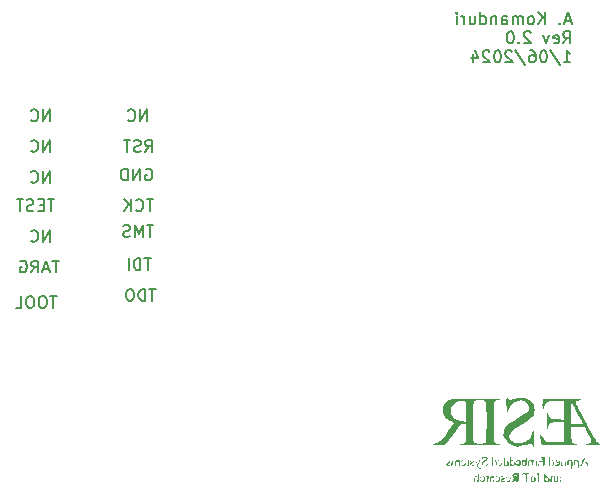
<source format=gbr>
%TF.GenerationSoftware,KiCad,Pcbnew,7.0.9*%
%TF.CreationDate,2024-01-06T14:55:19-06:00*%
%TF.ProjectId,Capsense_v2,43617073-656e-4736-955f-76322e6b6963,rev?*%
%TF.SameCoordinates,Original*%
%TF.FileFunction,Legend,Bot*%
%TF.FilePolarity,Positive*%
%FSLAX46Y46*%
G04 Gerber Fmt 4.6, Leading zero omitted, Abs format (unit mm)*
G04 Created by KiCad (PCBNEW 7.0.9) date 2024-01-06 14:55:19*
%MOMM*%
%LPD*%
G01*
G04 APERTURE LIST*
%ADD10C,0.150000*%
G04 APERTURE END LIST*
D10*
X159110839Y-56764104D02*
X158634649Y-56764104D01*
X159206077Y-57049819D02*
X158872744Y-56049819D01*
X158872744Y-56049819D02*
X158539411Y-57049819D01*
X158206077Y-56954580D02*
X158158458Y-57002200D01*
X158158458Y-57002200D02*
X158206077Y-57049819D01*
X158206077Y-57049819D02*
X158253696Y-57002200D01*
X158253696Y-57002200D02*
X158206077Y-56954580D01*
X158206077Y-56954580D02*
X158206077Y-57049819D01*
X156967982Y-57049819D02*
X156967982Y-56049819D01*
X156396554Y-57049819D02*
X156825125Y-56478390D01*
X156396554Y-56049819D02*
X156967982Y-56621247D01*
X155825125Y-57049819D02*
X155920363Y-57002200D01*
X155920363Y-57002200D02*
X155967982Y-56954580D01*
X155967982Y-56954580D02*
X156015601Y-56859342D01*
X156015601Y-56859342D02*
X156015601Y-56573628D01*
X156015601Y-56573628D02*
X155967982Y-56478390D01*
X155967982Y-56478390D02*
X155920363Y-56430771D01*
X155920363Y-56430771D02*
X155825125Y-56383152D01*
X155825125Y-56383152D02*
X155682268Y-56383152D01*
X155682268Y-56383152D02*
X155587030Y-56430771D01*
X155587030Y-56430771D02*
X155539411Y-56478390D01*
X155539411Y-56478390D02*
X155491792Y-56573628D01*
X155491792Y-56573628D02*
X155491792Y-56859342D01*
X155491792Y-56859342D02*
X155539411Y-56954580D01*
X155539411Y-56954580D02*
X155587030Y-57002200D01*
X155587030Y-57002200D02*
X155682268Y-57049819D01*
X155682268Y-57049819D02*
X155825125Y-57049819D01*
X155063220Y-57049819D02*
X155063220Y-56383152D01*
X155063220Y-56478390D02*
X155015601Y-56430771D01*
X155015601Y-56430771D02*
X154920363Y-56383152D01*
X154920363Y-56383152D02*
X154777506Y-56383152D01*
X154777506Y-56383152D02*
X154682268Y-56430771D01*
X154682268Y-56430771D02*
X154634649Y-56526009D01*
X154634649Y-56526009D02*
X154634649Y-57049819D01*
X154634649Y-56526009D02*
X154587030Y-56430771D01*
X154587030Y-56430771D02*
X154491792Y-56383152D01*
X154491792Y-56383152D02*
X154348935Y-56383152D01*
X154348935Y-56383152D02*
X154253696Y-56430771D01*
X154253696Y-56430771D02*
X154206077Y-56526009D01*
X154206077Y-56526009D02*
X154206077Y-57049819D01*
X153301316Y-57049819D02*
X153301316Y-56526009D01*
X153301316Y-56526009D02*
X153348935Y-56430771D01*
X153348935Y-56430771D02*
X153444173Y-56383152D01*
X153444173Y-56383152D02*
X153634649Y-56383152D01*
X153634649Y-56383152D02*
X153729887Y-56430771D01*
X153301316Y-57002200D02*
X153396554Y-57049819D01*
X153396554Y-57049819D02*
X153634649Y-57049819D01*
X153634649Y-57049819D02*
X153729887Y-57002200D01*
X153729887Y-57002200D02*
X153777506Y-56906961D01*
X153777506Y-56906961D02*
X153777506Y-56811723D01*
X153777506Y-56811723D02*
X153729887Y-56716485D01*
X153729887Y-56716485D02*
X153634649Y-56668866D01*
X153634649Y-56668866D02*
X153396554Y-56668866D01*
X153396554Y-56668866D02*
X153301316Y-56621247D01*
X152825125Y-56383152D02*
X152825125Y-57049819D01*
X152825125Y-56478390D02*
X152777506Y-56430771D01*
X152777506Y-56430771D02*
X152682268Y-56383152D01*
X152682268Y-56383152D02*
X152539411Y-56383152D01*
X152539411Y-56383152D02*
X152444173Y-56430771D01*
X152444173Y-56430771D02*
X152396554Y-56526009D01*
X152396554Y-56526009D02*
X152396554Y-57049819D01*
X151491792Y-57049819D02*
X151491792Y-56049819D01*
X151491792Y-57002200D02*
X151587030Y-57049819D01*
X151587030Y-57049819D02*
X151777506Y-57049819D01*
X151777506Y-57049819D02*
X151872744Y-57002200D01*
X151872744Y-57002200D02*
X151920363Y-56954580D01*
X151920363Y-56954580D02*
X151967982Y-56859342D01*
X151967982Y-56859342D02*
X151967982Y-56573628D01*
X151967982Y-56573628D02*
X151920363Y-56478390D01*
X151920363Y-56478390D02*
X151872744Y-56430771D01*
X151872744Y-56430771D02*
X151777506Y-56383152D01*
X151777506Y-56383152D02*
X151587030Y-56383152D01*
X151587030Y-56383152D02*
X151491792Y-56430771D01*
X150587030Y-56383152D02*
X150587030Y-57049819D01*
X151015601Y-56383152D02*
X151015601Y-56906961D01*
X151015601Y-56906961D02*
X150967982Y-57002200D01*
X150967982Y-57002200D02*
X150872744Y-57049819D01*
X150872744Y-57049819D02*
X150729887Y-57049819D01*
X150729887Y-57049819D02*
X150634649Y-57002200D01*
X150634649Y-57002200D02*
X150587030Y-56954580D01*
X150110839Y-57049819D02*
X150110839Y-56383152D01*
X150110839Y-56573628D02*
X150063220Y-56478390D01*
X150063220Y-56478390D02*
X150015601Y-56430771D01*
X150015601Y-56430771D02*
X149920363Y-56383152D01*
X149920363Y-56383152D02*
X149825125Y-56383152D01*
X149491791Y-57049819D02*
X149491791Y-56383152D01*
X149491791Y-56049819D02*
X149539410Y-56097438D01*
X149539410Y-56097438D02*
X149491791Y-56145057D01*
X149491791Y-56145057D02*
X149444172Y-56097438D01*
X149444172Y-56097438D02*
X149491791Y-56049819D01*
X149491791Y-56049819D02*
X149491791Y-56145057D01*
X158491792Y-58659819D02*
X158825125Y-58183628D01*
X159063220Y-58659819D02*
X159063220Y-57659819D01*
X159063220Y-57659819D02*
X158682268Y-57659819D01*
X158682268Y-57659819D02*
X158587030Y-57707438D01*
X158587030Y-57707438D02*
X158539411Y-57755057D01*
X158539411Y-57755057D02*
X158491792Y-57850295D01*
X158491792Y-57850295D02*
X158491792Y-57993152D01*
X158491792Y-57993152D02*
X158539411Y-58088390D01*
X158539411Y-58088390D02*
X158587030Y-58136009D01*
X158587030Y-58136009D02*
X158682268Y-58183628D01*
X158682268Y-58183628D02*
X159063220Y-58183628D01*
X157682268Y-58612200D02*
X157777506Y-58659819D01*
X157777506Y-58659819D02*
X157967982Y-58659819D01*
X157967982Y-58659819D02*
X158063220Y-58612200D01*
X158063220Y-58612200D02*
X158110839Y-58516961D01*
X158110839Y-58516961D02*
X158110839Y-58136009D01*
X158110839Y-58136009D02*
X158063220Y-58040771D01*
X158063220Y-58040771D02*
X157967982Y-57993152D01*
X157967982Y-57993152D02*
X157777506Y-57993152D01*
X157777506Y-57993152D02*
X157682268Y-58040771D01*
X157682268Y-58040771D02*
X157634649Y-58136009D01*
X157634649Y-58136009D02*
X157634649Y-58231247D01*
X157634649Y-58231247D02*
X158110839Y-58326485D01*
X157301315Y-57993152D02*
X157063220Y-58659819D01*
X157063220Y-58659819D02*
X156825125Y-57993152D01*
X155729886Y-57755057D02*
X155682267Y-57707438D01*
X155682267Y-57707438D02*
X155587029Y-57659819D01*
X155587029Y-57659819D02*
X155348934Y-57659819D01*
X155348934Y-57659819D02*
X155253696Y-57707438D01*
X155253696Y-57707438D02*
X155206077Y-57755057D01*
X155206077Y-57755057D02*
X155158458Y-57850295D01*
X155158458Y-57850295D02*
X155158458Y-57945533D01*
X155158458Y-57945533D02*
X155206077Y-58088390D01*
X155206077Y-58088390D02*
X155777505Y-58659819D01*
X155777505Y-58659819D02*
X155158458Y-58659819D01*
X154729886Y-58564580D02*
X154682267Y-58612200D01*
X154682267Y-58612200D02*
X154729886Y-58659819D01*
X154729886Y-58659819D02*
X154777505Y-58612200D01*
X154777505Y-58612200D02*
X154729886Y-58564580D01*
X154729886Y-58564580D02*
X154729886Y-58659819D01*
X154063220Y-57659819D02*
X153967982Y-57659819D01*
X153967982Y-57659819D02*
X153872744Y-57707438D01*
X153872744Y-57707438D02*
X153825125Y-57755057D01*
X153825125Y-57755057D02*
X153777506Y-57850295D01*
X153777506Y-57850295D02*
X153729887Y-58040771D01*
X153729887Y-58040771D02*
X153729887Y-58278866D01*
X153729887Y-58278866D02*
X153777506Y-58469342D01*
X153777506Y-58469342D02*
X153825125Y-58564580D01*
X153825125Y-58564580D02*
X153872744Y-58612200D01*
X153872744Y-58612200D02*
X153967982Y-58659819D01*
X153967982Y-58659819D02*
X154063220Y-58659819D01*
X154063220Y-58659819D02*
X154158458Y-58612200D01*
X154158458Y-58612200D02*
X154206077Y-58564580D01*
X154206077Y-58564580D02*
X154253696Y-58469342D01*
X154253696Y-58469342D02*
X154301315Y-58278866D01*
X154301315Y-58278866D02*
X154301315Y-58040771D01*
X154301315Y-58040771D02*
X154253696Y-57850295D01*
X154253696Y-57850295D02*
X154206077Y-57755057D01*
X154206077Y-57755057D02*
X154158458Y-57707438D01*
X154158458Y-57707438D02*
X154063220Y-57659819D01*
X158539411Y-60269819D02*
X159110839Y-60269819D01*
X158825125Y-60269819D02*
X158825125Y-59269819D01*
X158825125Y-59269819D02*
X158920363Y-59412676D01*
X158920363Y-59412676D02*
X159015601Y-59507914D01*
X159015601Y-59507914D02*
X159110839Y-59555533D01*
X157396554Y-59222200D02*
X158253696Y-60507914D01*
X156872744Y-59269819D02*
X156777506Y-59269819D01*
X156777506Y-59269819D02*
X156682268Y-59317438D01*
X156682268Y-59317438D02*
X156634649Y-59365057D01*
X156634649Y-59365057D02*
X156587030Y-59460295D01*
X156587030Y-59460295D02*
X156539411Y-59650771D01*
X156539411Y-59650771D02*
X156539411Y-59888866D01*
X156539411Y-59888866D02*
X156587030Y-60079342D01*
X156587030Y-60079342D02*
X156634649Y-60174580D01*
X156634649Y-60174580D02*
X156682268Y-60222200D01*
X156682268Y-60222200D02*
X156777506Y-60269819D01*
X156777506Y-60269819D02*
X156872744Y-60269819D01*
X156872744Y-60269819D02*
X156967982Y-60222200D01*
X156967982Y-60222200D02*
X157015601Y-60174580D01*
X157015601Y-60174580D02*
X157063220Y-60079342D01*
X157063220Y-60079342D02*
X157110839Y-59888866D01*
X157110839Y-59888866D02*
X157110839Y-59650771D01*
X157110839Y-59650771D02*
X157063220Y-59460295D01*
X157063220Y-59460295D02*
X157015601Y-59365057D01*
X157015601Y-59365057D02*
X156967982Y-59317438D01*
X156967982Y-59317438D02*
X156872744Y-59269819D01*
X155682268Y-59269819D02*
X155872744Y-59269819D01*
X155872744Y-59269819D02*
X155967982Y-59317438D01*
X155967982Y-59317438D02*
X156015601Y-59365057D01*
X156015601Y-59365057D02*
X156110839Y-59507914D01*
X156110839Y-59507914D02*
X156158458Y-59698390D01*
X156158458Y-59698390D02*
X156158458Y-60079342D01*
X156158458Y-60079342D02*
X156110839Y-60174580D01*
X156110839Y-60174580D02*
X156063220Y-60222200D01*
X156063220Y-60222200D02*
X155967982Y-60269819D01*
X155967982Y-60269819D02*
X155777506Y-60269819D01*
X155777506Y-60269819D02*
X155682268Y-60222200D01*
X155682268Y-60222200D02*
X155634649Y-60174580D01*
X155634649Y-60174580D02*
X155587030Y-60079342D01*
X155587030Y-60079342D02*
X155587030Y-59841247D01*
X155587030Y-59841247D02*
X155634649Y-59746009D01*
X155634649Y-59746009D02*
X155682268Y-59698390D01*
X155682268Y-59698390D02*
X155777506Y-59650771D01*
X155777506Y-59650771D02*
X155967982Y-59650771D01*
X155967982Y-59650771D02*
X156063220Y-59698390D01*
X156063220Y-59698390D02*
X156110839Y-59746009D01*
X156110839Y-59746009D02*
X156158458Y-59841247D01*
X154444173Y-59222200D02*
X155301315Y-60507914D01*
X154158458Y-59365057D02*
X154110839Y-59317438D01*
X154110839Y-59317438D02*
X154015601Y-59269819D01*
X154015601Y-59269819D02*
X153777506Y-59269819D01*
X153777506Y-59269819D02*
X153682268Y-59317438D01*
X153682268Y-59317438D02*
X153634649Y-59365057D01*
X153634649Y-59365057D02*
X153587030Y-59460295D01*
X153587030Y-59460295D02*
X153587030Y-59555533D01*
X153587030Y-59555533D02*
X153634649Y-59698390D01*
X153634649Y-59698390D02*
X154206077Y-60269819D01*
X154206077Y-60269819D02*
X153587030Y-60269819D01*
X152967982Y-59269819D02*
X152872744Y-59269819D01*
X152872744Y-59269819D02*
X152777506Y-59317438D01*
X152777506Y-59317438D02*
X152729887Y-59365057D01*
X152729887Y-59365057D02*
X152682268Y-59460295D01*
X152682268Y-59460295D02*
X152634649Y-59650771D01*
X152634649Y-59650771D02*
X152634649Y-59888866D01*
X152634649Y-59888866D02*
X152682268Y-60079342D01*
X152682268Y-60079342D02*
X152729887Y-60174580D01*
X152729887Y-60174580D02*
X152777506Y-60222200D01*
X152777506Y-60222200D02*
X152872744Y-60269819D01*
X152872744Y-60269819D02*
X152967982Y-60269819D01*
X152967982Y-60269819D02*
X153063220Y-60222200D01*
X153063220Y-60222200D02*
X153110839Y-60174580D01*
X153110839Y-60174580D02*
X153158458Y-60079342D01*
X153158458Y-60079342D02*
X153206077Y-59888866D01*
X153206077Y-59888866D02*
X153206077Y-59650771D01*
X153206077Y-59650771D02*
X153158458Y-59460295D01*
X153158458Y-59460295D02*
X153110839Y-59365057D01*
X153110839Y-59365057D02*
X153063220Y-59317438D01*
X153063220Y-59317438D02*
X152967982Y-59269819D01*
X152253696Y-59365057D02*
X152206077Y-59317438D01*
X152206077Y-59317438D02*
X152110839Y-59269819D01*
X152110839Y-59269819D02*
X151872744Y-59269819D01*
X151872744Y-59269819D02*
X151777506Y-59317438D01*
X151777506Y-59317438D02*
X151729887Y-59365057D01*
X151729887Y-59365057D02*
X151682268Y-59460295D01*
X151682268Y-59460295D02*
X151682268Y-59555533D01*
X151682268Y-59555533D02*
X151729887Y-59698390D01*
X151729887Y-59698390D02*
X152301315Y-60269819D01*
X152301315Y-60269819D02*
X151682268Y-60269819D01*
X150825125Y-59603152D02*
X150825125Y-60269819D01*
X151063220Y-59222200D02*
X151301315Y-59936485D01*
X151301315Y-59936485D02*
X150682268Y-59936485D01*
X124006077Y-79469819D02*
X123434649Y-79469819D01*
X123720363Y-80469819D02*
X123720363Y-79469819D01*
X123101315Y-80469819D02*
X123101315Y-79469819D01*
X123101315Y-79469819D02*
X122863220Y-79469819D01*
X122863220Y-79469819D02*
X122720363Y-79517438D01*
X122720363Y-79517438D02*
X122625125Y-79612676D01*
X122625125Y-79612676D02*
X122577506Y-79707914D01*
X122577506Y-79707914D02*
X122529887Y-79898390D01*
X122529887Y-79898390D02*
X122529887Y-80041247D01*
X122529887Y-80041247D02*
X122577506Y-80231723D01*
X122577506Y-80231723D02*
X122625125Y-80326961D01*
X122625125Y-80326961D02*
X122720363Y-80422200D01*
X122720363Y-80422200D02*
X122863220Y-80469819D01*
X122863220Y-80469819D02*
X123101315Y-80469819D01*
X121910839Y-79469819D02*
X121720363Y-79469819D01*
X121720363Y-79469819D02*
X121625125Y-79517438D01*
X121625125Y-79517438D02*
X121529887Y-79612676D01*
X121529887Y-79612676D02*
X121482268Y-79803152D01*
X121482268Y-79803152D02*
X121482268Y-80136485D01*
X121482268Y-80136485D02*
X121529887Y-80326961D01*
X121529887Y-80326961D02*
X121625125Y-80422200D01*
X121625125Y-80422200D02*
X121720363Y-80469819D01*
X121720363Y-80469819D02*
X121910839Y-80469819D01*
X121910839Y-80469819D02*
X122006077Y-80422200D01*
X122006077Y-80422200D02*
X122101315Y-80326961D01*
X122101315Y-80326961D02*
X122148934Y-80136485D01*
X122148934Y-80136485D02*
X122148934Y-79803152D01*
X122148934Y-79803152D02*
X122101315Y-79612676D01*
X122101315Y-79612676D02*
X122006077Y-79517438D01*
X122006077Y-79517438D02*
X121910839Y-79469819D01*
X123091792Y-67869819D02*
X123425125Y-67393628D01*
X123663220Y-67869819D02*
X123663220Y-66869819D01*
X123663220Y-66869819D02*
X123282268Y-66869819D01*
X123282268Y-66869819D02*
X123187030Y-66917438D01*
X123187030Y-66917438D02*
X123139411Y-66965057D01*
X123139411Y-66965057D02*
X123091792Y-67060295D01*
X123091792Y-67060295D02*
X123091792Y-67203152D01*
X123091792Y-67203152D02*
X123139411Y-67298390D01*
X123139411Y-67298390D02*
X123187030Y-67346009D01*
X123187030Y-67346009D02*
X123282268Y-67393628D01*
X123282268Y-67393628D02*
X123663220Y-67393628D01*
X122710839Y-67822200D02*
X122567982Y-67869819D01*
X122567982Y-67869819D02*
X122329887Y-67869819D01*
X122329887Y-67869819D02*
X122234649Y-67822200D01*
X122234649Y-67822200D02*
X122187030Y-67774580D01*
X122187030Y-67774580D02*
X122139411Y-67679342D01*
X122139411Y-67679342D02*
X122139411Y-67584104D01*
X122139411Y-67584104D02*
X122187030Y-67488866D01*
X122187030Y-67488866D02*
X122234649Y-67441247D01*
X122234649Y-67441247D02*
X122329887Y-67393628D01*
X122329887Y-67393628D02*
X122520363Y-67346009D01*
X122520363Y-67346009D02*
X122615601Y-67298390D01*
X122615601Y-67298390D02*
X122663220Y-67250771D01*
X122663220Y-67250771D02*
X122710839Y-67155533D01*
X122710839Y-67155533D02*
X122710839Y-67060295D01*
X122710839Y-67060295D02*
X122663220Y-66965057D01*
X122663220Y-66965057D02*
X122615601Y-66917438D01*
X122615601Y-66917438D02*
X122520363Y-66869819D01*
X122520363Y-66869819D02*
X122282268Y-66869819D01*
X122282268Y-66869819D02*
X122139411Y-66917438D01*
X121853696Y-66869819D02*
X121282268Y-66869819D01*
X121567982Y-67869819D02*
X121567982Y-66869819D01*
X115806077Y-77069819D02*
X115234649Y-77069819D01*
X115520363Y-78069819D02*
X115520363Y-77069819D01*
X114948934Y-77784104D02*
X114472744Y-77784104D01*
X115044172Y-78069819D02*
X114710839Y-77069819D01*
X114710839Y-77069819D02*
X114377506Y-78069819D01*
X113472744Y-78069819D02*
X113806077Y-77593628D01*
X114044172Y-78069819D02*
X114044172Y-77069819D01*
X114044172Y-77069819D02*
X113663220Y-77069819D01*
X113663220Y-77069819D02*
X113567982Y-77117438D01*
X113567982Y-77117438D02*
X113520363Y-77165057D01*
X113520363Y-77165057D02*
X113472744Y-77260295D01*
X113472744Y-77260295D02*
X113472744Y-77403152D01*
X113472744Y-77403152D02*
X113520363Y-77498390D01*
X113520363Y-77498390D02*
X113567982Y-77546009D01*
X113567982Y-77546009D02*
X113663220Y-77593628D01*
X113663220Y-77593628D02*
X114044172Y-77593628D01*
X112520363Y-77117438D02*
X112615601Y-77069819D01*
X112615601Y-77069819D02*
X112758458Y-77069819D01*
X112758458Y-77069819D02*
X112901315Y-77117438D01*
X112901315Y-77117438D02*
X112996553Y-77212676D01*
X112996553Y-77212676D02*
X113044172Y-77307914D01*
X113044172Y-77307914D02*
X113091791Y-77498390D01*
X113091791Y-77498390D02*
X113091791Y-77641247D01*
X113091791Y-77641247D02*
X113044172Y-77831723D01*
X113044172Y-77831723D02*
X112996553Y-77926961D01*
X112996553Y-77926961D02*
X112901315Y-78022200D01*
X112901315Y-78022200D02*
X112758458Y-78069819D01*
X112758458Y-78069819D02*
X112663220Y-78069819D01*
X112663220Y-78069819D02*
X112520363Y-78022200D01*
X112520363Y-78022200D02*
X112472744Y-77974580D01*
X112472744Y-77974580D02*
X112472744Y-77641247D01*
X112472744Y-77641247D02*
X112663220Y-77641247D01*
X115063220Y-67869819D02*
X115063220Y-66869819D01*
X115063220Y-66869819D02*
X114491792Y-67869819D01*
X114491792Y-67869819D02*
X114491792Y-66869819D01*
X113444173Y-67774580D02*
X113491792Y-67822200D01*
X113491792Y-67822200D02*
X113634649Y-67869819D01*
X113634649Y-67869819D02*
X113729887Y-67869819D01*
X113729887Y-67869819D02*
X113872744Y-67822200D01*
X113872744Y-67822200D02*
X113967982Y-67726961D01*
X113967982Y-67726961D02*
X114015601Y-67631723D01*
X114015601Y-67631723D02*
X114063220Y-67441247D01*
X114063220Y-67441247D02*
X114063220Y-67298390D01*
X114063220Y-67298390D02*
X114015601Y-67107914D01*
X114015601Y-67107914D02*
X113967982Y-67012676D01*
X113967982Y-67012676D02*
X113872744Y-66917438D01*
X113872744Y-66917438D02*
X113729887Y-66869819D01*
X113729887Y-66869819D02*
X113634649Y-66869819D01*
X113634649Y-66869819D02*
X113491792Y-66917438D01*
X113491792Y-66917438D02*
X113444173Y-66965057D01*
X123806077Y-74069819D02*
X123234649Y-74069819D01*
X123520363Y-75069819D02*
X123520363Y-74069819D01*
X122901315Y-75069819D02*
X122901315Y-74069819D01*
X122901315Y-74069819D02*
X122567982Y-74784104D01*
X122567982Y-74784104D02*
X122234649Y-74069819D01*
X122234649Y-74069819D02*
X122234649Y-75069819D01*
X121806077Y-75022200D02*
X121663220Y-75069819D01*
X121663220Y-75069819D02*
X121425125Y-75069819D01*
X121425125Y-75069819D02*
X121329887Y-75022200D01*
X121329887Y-75022200D02*
X121282268Y-74974580D01*
X121282268Y-74974580D02*
X121234649Y-74879342D01*
X121234649Y-74879342D02*
X121234649Y-74784104D01*
X121234649Y-74784104D02*
X121282268Y-74688866D01*
X121282268Y-74688866D02*
X121329887Y-74641247D01*
X121329887Y-74641247D02*
X121425125Y-74593628D01*
X121425125Y-74593628D02*
X121615601Y-74546009D01*
X121615601Y-74546009D02*
X121710839Y-74498390D01*
X121710839Y-74498390D02*
X121758458Y-74450771D01*
X121758458Y-74450771D02*
X121806077Y-74355533D01*
X121806077Y-74355533D02*
X121806077Y-74260295D01*
X121806077Y-74260295D02*
X121758458Y-74165057D01*
X121758458Y-74165057D02*
X121710839Y-74117438D01*
X121710839Y-74117438D02*
X121615601Y-74069819D01*
X121615601Y-74069819D02*
X121377506Y-74069819D01*
X121377506Y-74069819D02*
X121234649Y-74117438D01*
X115063220Y-65269819D02*
X115063220Y-64269819D01*
X115063220Y-64269819D02*
X114491792Y-65269819D01*
X114491792Y-65269819D02*
X114491792Y-64269819D01*
X113444173Y-65174580D02*
X113491792Y-65222200D01*
X113491792Y-65222200D02*
X113634649Y-65269819D01*
X113634649Y-65269819D02*
X113729887Y-65269819D01*
X113729887Y-65269819D02*
X113872744Y-65222200D01*
X113872744Y-65222200D02*
X113967982Y-65126961D01*
X113967982Y-65126961D02*
X114015601Y-65031723D01*
X114015601Y-65031723D02*
X114063220Y-64841247D01*
X114063220Y-64841247D02*
X114063220Y-64698390D01*
X114063220Y-64698390D02*
X114015601Y-64507914D01*
X114015601Y-64507914D02*
X113967982Y-64412676D01*
X113967982Y-64412676D02*
X113872744Y-64317438D01*
X113872744Y-64317438D02*
X113729887Y-64269819D01*
X113729887Y-64269819D02*
X113634649Y-64269819D01*
X113634649Y-64269819D02*
X113491792Y-64317438D01*
X113491792Y-64317438D02*
X113444173Y-64365057D01*
X123606077Y-76869819D02*
X123034649Y-76869819D01*
X123320363Y-77869819D02*
X123320363Y-76869819D01*
X122701315Y-77869819D02*
X122701315Y-76869819D01*
X122701315Y-76869819D02*
X122463220Y-76869819D01*
X122463220Y-76869819D02*
X122320363Y-76917438D01*
X122320363Y-76917438D02*
X122225125Y-77012676D01*
X122225125Y-77012676D02*
X122177506Y-77107914D01*
X122177506Y-77107914D02*
X122129887Y-77298390D01*
X122129887Y-77298390D02*
X122129887Y-77441247D01*
X122129887Y-77441247D02*
X122177506Y-77631723D01*
X122177506Y-77631723D02*
X122225125Y-77726961D01*
X122225125Y-77726961D02*
X122320363Y-77822200D01*
X122320363Y-77822200D02*
X122463220Y-77869819D01*
X122463220Y-77869819D02*
X122701315Y-77869819D01*
X121701315Y-77869819D02*
X121701315Y-76869819D01*
X123806077Y-71869819D02*
X123234649Y-71869819D01*
X123520363Y-72869819D02*
X123520363Y-71869819D01*
X122329887Y-72774580D02*
X122377506Y-72822200D01*
X122377506Y-72822200D02*
X122520363Y-72869819D01*
X122520363Y-72869819D02*
X122615601Y-72869819D01*
X122615601Y-72869819D02*
X122758458Y-72822200D01*
X122758458Y-72822200D02*
X122853696Y-72726961D01*
X122853696Y-72726961D02*
X122901315Y-72631723D01*
X122901315Y-72631723D02*
X122948934Y-72441247D01*
X122948934Y-72441247D02*
X122948934Y-72298390D01*
X122948934Y-72298390D02*
X122901315Y-72107914D01*
X122901315Y-72107914D02*
X122853696Y-72012676D01*
X122853696Y-72012676D02*
X122758458Y-71917438D01*
X122758458Y-71917438D02*
X122615601Y-71869819D01*
X122615601Y-71869819D02*
X122520363Y-71869819D01*
X122520363Y-71869819D02*
X122377506Y-71917438D01*
X122377506Y-71917438D02*
X122329887Y-71965057D01*
X121901315Y-72869819D02*
X121901315Y-71869819D01*
X121329887Y-72869819D02*
X121758458Y-72298390D01*
X121329887Y-71869819D02*
X121901315Y-72441247D01*
X115606077Y-80069819D02*
X115034649Y-80069819D01*
X115320363Y-81069819D02*
X115320363Y-80069819D01*
X114510839Y-80069819D02*
X114320363Y-80069819D01*
X114320363Y-80069819D02*
X114225125Y-80117438D01*
X114225125Y-80117438D02*
X114129887Y-80212676D01*
X114129887Y-80212676D02*
X114082268Y-80403152D01*
X114082268Y-80403152D02*
X114082268Y-80736485D01*
X114082268Y-80736485D02*
X114129887Y-80926961D01*
X114129887Y-80926961D02*
X114225125Y-81022200D01*
X114225125Y-81022200D02*
X114320363Y-81069819D01*
X114320363Y-81069819D02*
X114510839Y-81069819D01*
X114510839Y-81069819D02*
X114606077Y-81022200D01*
X114606077Y-81022200D02*
X114701315Y-80926961D01*
X114701315Y-80926961D02*
X114748934Y-80736485D01*
X114748934Y-80736485D02*
X114748934Y-80403152D01*
X114748934Y-80403152D02*
X114701315Y-80212676D01*
X114701315Y-80212676D02*
X114606077Y-80117438D01*
X114606077Y-80117438D02*
X114510839Y-80069819D01*
X113463220Y-80069819D02*
X113272744Y-80069819D01*
X113272744Y-80069819D02*
X113177506Y-80117438D01*
X113177506Y-80117438D02*
X113082268Y-80212676D01*
X113082268Y-80212676D02*
X113034649Y-80403152D01*
X113034649Y-80403152D02*
X113034649Y-80736485D01*
X113034649Y-80736485D02*
X113082268Y-80926961D01*
X113082268Y-80926961D02*
X113177506Y-81022200D01*
X113177506Y-81022200D02*
X113272744Y-81069819D01*
X113272744Y-81069819D02*
X113463220Y-81069819D01*
X113463220Y-81069819D02*
X113558458Y-81022200D01*
X113558458Y-81022200D02*
X113653696Y-80926961D01*
X113653696Y-80926961D02*
X113701315Y-80736485D01*
X113701315Y-80736485D02*
X113701315Y-80403152D01*
X113701315Y-80403152D02*
X113653696Y-80212676D01*
X113653696Y-80212676D02*
X113558458Y-80117438D01*
X113558458Y-80117438D02*
X113463220Y-80069819D01*
X112129887Y-81069819D02*
X112606077Y-81069819D01*
X112606077Y-81069819D02*
X112606077Y-80069819D01*
X123263220Y-65269819D02*
X123263220Y-64269819D01*
X123263220Y-64269819D02*
X122691792Y-65269819D01*
X122691792Y-65269819D02*
X122691792Y-64269819D01*
X121644173Y-65174580D02*
X121691792Y-65222200D01*
X121691792Y-65222200D02*
X121834649Y-65269819D01*
X121834649Y-65269819D02*
X121929887Y-65269819D01*
X121929887Y-65269819D02*
X122072744Y-65222200D01*
X122072744Y-65222200D02*
X122167982Y-65126961D01*
X122167982Y-65126961D02*
X122215601Y-65031723D01*
X122215601Y-65031723D02*
X122263220Y-64841247D01*
X122263220Y-64841247D02*
X122263220Y-64698390D01*
X122263220Y-64698390D02*
X122215601Y-64507914D01*
X122215601Y-64507914D02*
X122167982Y-64412676D01*
X122167982Y-64412676D02*
X122072744Y-64317438D01*
X122072744Y-64317438D02*
X121929887Y-64269819D01*
X121929887Y-64269819D02*
X121834649Y-64269819D01*
X121834649Y-64269819D02*
X121691792Y-64317438D01*
X121691792Y-64317438D02*
X121644173Y-64365057D01*
X115063220Y-70469819D02*
X115063220Y-69469819D01*
X115063220Y-69469819D02*
X114491792Y-70469819D01*
X114491792Y-70469819D02*
X114491792Y-69469819D01*
X113444173Y-70374580D02*
X113491792Y-70422200D01*
X113491792Y-70422200D02*
X113634649Y-70469819D01*
X113634649Y-70469819D02*
X113729887Y-70469819D01*
X113729887Y-70469819D02*
X113872744Y-70422200D01*
X113872744Y-70422200D02*
X113967982Y-70326961D01*
X113967982Y-70326961D02*
X114015601Y-70231723D01*
X114015601Y-70231723D02*
X114063220Y-70041247D01*
X114063220Y-70041247D02*
X114063220Y-69898390D01*
X114063220Y-69898390D02*
X114015601Y-69707914D01*
X114015601Y-69707914D02*
X113967982Y-69612676D01*
X113967982Y-69612676D02*
X113872744Y-69517438D01*
X113872744Y-69517438D02*
X113729887Y-69469819D01*
X113729887Y-69469819D02*
X113634649Y-69469819D01*
X113634649Y-69469819D02*
X113491792Y-69517438D01*
X113491792Y-69517438D02*
X113444173Y-69565057D01*
X115063220Y-75469819D02*
X115063220Y-74469819D01*
X115063220Y-74469819D02*
X114491792Y-75469819D01*
X114491792Y-75469819D02*
X114491792Y-74469819D01*
X113444173Y-75374580D02*
X113491792Y-75422200D01*
X113491792Y-75422200D02*
X113634649Y-75469819D01*
X113634649Y-75469819D02*
X113729887Y-75469819D01*
X113729887Y-75469819D02*
X113872744Y-75422200D01*
X113872744Y-75422200D02*
X113967982Y-75326961D01*
X113967982Y-75326961D02*
X114015601Y-75231723D01*
X114015601Y-75231723D02*
X114063220Y-75041247D01*
X114063220Y-75041247D02*
X114063220Y-74898390D01*
X114063220Y-74898390D02*
X114015601Y-74707914D01*
X114015601Y-74707914D02*
X113967982Y-74612676D01*
X113967982Y-74612676D02*
X113872744Y-74517438D01*
X113872744Y-74517438D02*
X113729887Y-74469819D01*
X113729887Y-74469819D02*
X113634649Y-74469819D01*
X113634649Y-74469819D02*
X113491792Y-74517438D01*
X113491792Y-74517438D02*
X113444173Y-74565057D01*
X115406077Y-71869819D02*
X114834649Y-71869819D01*
X115120363Y-72869819D02*
X115120363Y-71869819D01*
X114501315Y-72346009D02*
X114167982Y-72346009D01*
X114025125Y-72869819D02*
X114501315Y-72869819D01*
X114501315Y-72869819D02*
X114501315Y-71869819D01*
X114501315Y-71869819D02*
X114025125Y-71869819D01*
X113644172Y-72822200D02*
X113501315Y-72869819D01*
X113501315Y-72869819D02*
X113263220Y-72869819D01*
X113263220Y-72869819D02*
X113167982Y-72822200D01*
X113167982Y-72822200D02*
X113120363Y-72774580D01*
X113120363Y-72774580D02*
X113072744Y-72679342D01*
X113072744Y-72679342D02*
X113072744Y-72584104D01*
X113072744Y-72584104D02*
X113120363Y-72488866D01*
X113120363Y-72488866D02*
X113167982Y-72441247D01*
X113167982Y-72441247D02*
X113263220Y-72393628D01*
X113263220Y-72393628D02*
X113453696Y-72346009D01*
X113453696Y-72346009D02*
X113548934Y-72298390D01*
X113548934Y-72298390D02*
X113596553Y-72250771D01*
X113596553Y-72250771D02*
X113644172Y-72155533D01*
X113644172Y-72155533D02*
X113644172Y-72060295D01*
X113644172Y-72060295D02*
X113596553Y-71965057D01*
X113596553Y-71965057D02*
X113548934Y-71917438D01*
X113548934Y-71917438D02*
X113453696Y-71869819D01*
X113453696Y-71869819D02*
X113215601Y-71869819D01*
X113215601Y-71869819D02*
X113072744Y-71917438D01*
X112787029Y-71869819D02*
X112215601Y-71869819D01*
X112501315Y-72869819D02*
X112501315Y-71869819D01*
X123139411Y-69317438D02*
X123234649Y-69269819D01*
X123234649Y-69269819D02*
X123377506Y-69269819D01*
X123377506Y-69269819D02*
X123520363Y-69317438D01*
X123520363Y-69317438D02*
X123615601Y-69412676D01*
X123615601Y-69412676D02*
X123663220Y-69507914D01*
X123663220Y-69507914D02*
X123710839Y-69698390D01*
X123710839Y-69698390D02*
X123710839Y-69841247D01*
X123710839Y-69841247D02*
X123663220Y-70031723D01*
X123663220Y-70031723D02*
X123615601Y-70126961D01*
X123615601Y-70126961D02*
X123520363Y-70222200D01*
X123520363Y-70222200D02*
X123377506Y-70269819D01*
X123377506Y-70269819D02*
X123282268Y-70269819D01*
X123282268Y-70269819D02*
X123139411Y-70222200D01*
X123139411Y-70222200D02*
X123091792Y-70174580D01*
X123091792Y-70174580D02*
X123091792Y-69841247D01*
X123091792Y-69841247D02*
X123282268Y-69841247D01*
X122663220Y-70269819D02*
X122663220Y-69269819D01*
X122663220Y-69269819D02*
X122091792Y-70269819D01*
X122091792Y-70269819D02*
X122091792Y-69269819D01*
X121615601Y-70269819D02*
X121615601Y-69269819D01*
X121615601Y-69269819D02*
X121377506Y-69269819D01*
X121377506Y-69269819D02*
X121234649Y-69317438D01*
X121234649Y-69317438D02*
X121139411Y-69412676D01*
X121139411Y-69412676D02*
X121091792Y-69507914D01*
X121091792Y-69507914D02*
X121044173Y-69698390D01*
X121044173Y-69698390D02*
X121044173Y-69841247D01*
X121044173Y-69841247D02*
X121091792Y-70031723D01*
X121091792Y-70031723D02*
X121139411Y-70126961D01*
X121139411Y-70126961D02*
X121234649Y-70222200D01*
X121234649Y-70222200D02*
X121377506Y-70269819D01*
X121377506Y-70269819D02*
X121615601Y-70269819D01*
%TO.C,G\u002A\u002A\u002A*%
G36*
X156483367Y-93705210D02*
G01*
X156457916Y-93730661D01*
X156432465Y-93705210D01*
X156457916Y-93679759D01*
X156483367Y-93705210D01*
G37*
G36*
X151087776Y-93959719D02*
G01*
X151062325Y-93985170D01*
X151036874Y-93959719D01*
X151062325Y-93934268D01*
X151087776Y-93959719D01*
G37*
G36*
X150731463Y-93959719D02*
G01*
X150706012Y-93985170D01*
X150680561Y-93959719D01*
X150706012Y-93934268D01*
X150731463Y-93959719D01*
G37*
G36*
X150680561Y-94061523D02*
G01*
X150655111Y-94086973D01*
X150629660Y-94061523D01*
X150655111Y-94036072D01*
X150680561Y-94061523D01*
G37*
G36*
X158400668Y-93696726D02*
G01*
X158408632Y-93712037D01*
X158366734Y-93730661D01*
X158339787Y-93726987D01*
X158332799Y-93696726D01*
X158340260Y-93690634D01*
X158400668Y-93696726D01*
G37*
G36*
X148695391Y-93985170D02*
G01*
X148691718Y-94012117D01*
X148661457Y-94019104D01*
X148655365Y-94011644D01*
X148661457Y-93951235D01*
X148676767Y-93943272D01*
X148695391Y-93985170D01*
G37*
G36*
X153391698Y-95291411D02*
G01*
X153398319Y-95324105D01*
X153343227Y-95386299D01*
X153281291Y-95420447D01*
X153232173Y-95400976D01*
X153247238Y-95338746D01*
X153316013Y-95289411D01*
X153391698Y-95291411D01*
G37*
G36*
X152891067Y-95322395D02*
G01*
X152858620Y-95379836D01*
X152818756Y-95416819D01*
X152775164Y-95434124D01*
X152771366Y-95399579D01*
X152813183Y-95339450D01*
X152874350Y-95308617D01*
X152891067Y-95322395D01*
G37*
G36*
X158278686Y-95344470D02*
G01*
X158315832Y-95416429D01*
X158311910Y-95433544D01*
X158264930Y-95435871D01*
X158251174Y-95425469D01*
X158214028Y-95353510D01*
X158217950Y-95336395D01*
X158264930Y-95334068D01*
X158278686Y-95344470D01*
G37*
G36*
X156407014Y-94290581D02*
G01*
X156448542Y-94332279D01*
X156483367Y-94398617D01*
X156464225Y-94439855D01*
X156411059Y-94429216D01*
X156361559Y-94362770D01*
X156336517Y-94287935D01*
X156343903Y-94250381D01*
X156407014Y-94290581D01*
G37*
G36*
X155626263Y-95062745D02*
G01*
X155668938Y-95100244D01*
X155648302Y-95122613D01*
X155567135Y-95119758D01*
X155507301Y-95100360D01*
X155465331Y-95073622D01*
X155484276Y-95062319D01*
X155567135Y-95054108D01*
X155626263Y-95062745D01*
G37*
G36*
X153756090Y-95321044D02*
G01*
X153754709Y-95380716D01*
X153732898Y-95420537D01*
X153674080Y-95461322D01*
X153670306Y-95461193D01*
X153640617Y-95428260D01*
X153664113Y-95366897D01*
X153725160Y-95320270D01*
X153756090Y-95321044D01*
G37*
G36*
X153072946Y-93966506D02*
G01*
X153072572Y-93974677D01*
X153039012Y-94053039D01*
X153031960Y-94059099D01*
X152978778Y-94060674D01*
X152973821Y-94038933D01*
X153012712Y-93974141D01*
X153047121Y-93947580D01*
X153072946Y-93966506D01*
G37*
G36*
X152092941Y-94262079D02*
G01*
X152104036Y-94335629D01*
X152073261Y-94407968D01*
X152066838Y-94413327D01*
X151999132Y-94414821D01*
X151978231Y-94356240D01*
X152005052Y-94278437D01*
X152060356Y-94239679D01*
X152092941Y-94262079D01*
G37*
G36*
X151566214Y-95310711D02*
G01*
X151595655Y-95357168D01*
X151562859Y-95427388D01*
X151532570Y-95451313D01*
X151477502Y-95452621D01*
X151476583Y-95384969D01*
X151495693Y-95349125D01*
X151551338Y-95308617D01*
X151566214Y-95310711D01*
G37*
G36*
X151138678Y-94086973D02*
G01*
X151162676Y-94130577D01*
X151188021Y-94214228D01*
X151179011Y-94229520D01*
X151138678Y-94188777D01*
X151114679Y-94145173D01*
X151089335Y-94061523D01*
X151098345Y-94046230D01*
X151138678Y-94086973D01*
G37*
G36*
X149989356Y-93946695D02*
G01*
X149987976Y-94006367D01*
X149966164Y-94046188D01*
X149907347Y-94086973D01*
X149903572Y-94086844D01*
X149873884Y-94053912D01*
X149897379Y-93992549D01*
X149958427Y-93945922D01*
X149989356Y-93946695D01*
G37*
G36*
X152614121Y-95597881D02*
G01*
X152642405Y-95638402D01*
X152648637Y-95737861D01*
X152626269Y-95776680D01*
X152559293Y-95817635D01*
X152527780Y-95804215D01*
X152562078Y-95743512D01*
X152589248Y-95693307D01*
X152586294Y-95603532D01*
X152570125Y-95564017D01*
X152614121Y-95597881D01*
G37*
G36*
X158257065Y-95583716D02*
G01*
X158288625Y-95618781D01*
X158315832Y-95718835D01*
X158296116Y-95786034D01*
X158204300Y-95817635D01*
X158150897Y-95816622D01*
X158124035Y-95800894D01*
X158186625Y-95749004D01*
X158237669Y-95695716D01*
X158239391Y-95613885D01*
X158222687Y-95577263D01*
X158257065Y-95583716D01*
G37*
G36*
X156229883Y-93951579D02*
G01*
X156247596Y-94043737D01*
X156254687Y-94188935D01*
X156252230Y-94280415D01*
X156238445Y-94397492D01*
X156216511Y-94443286D01*
X156202632Y-94426134D01*
X156184894Y-94333986D01*
X156177956Y-94188777D01*
X156180530Y-94097152D01*
X156194352Y-93980128D01*
X156216133Y-93934426D01*
X156229883Y-93951579D01*
G37*
G36*
X160495631Y-94151049D02*
G01*
X160572813Y-94269538D01*
X160589425Y-94304596D01*
X160628085Y-94399513D01*
X160617889Y-94436809D01*
X160556285Y-94443286D01*
X160490365Y-94427299D01*
X160489027Y-94359573D01*
X160494175Y-94302761D01*
X160435031Y-94212887D01*
X160426665Y-94206686D01*
X160379796Y-94155368D01*
X160419436Y-94122853D01*
X160423573Y-94121480D01*
X160495631Y-94151049D01*
G37*
G36*
X158410900Y-93976004D02*
G01*
X158417636Y-94099778D01*
X158417712Y-94112861D01*
X158427448Y-94258433D01*
X158448532Y-94362770D01*
X158451557Y-94419956D01*
X158378751Y-94443286D01*
X158346543Y-94441820D01*
X158305569Y-94419325D01*
X158299580Y-94349215D01*
X158322462Y-94205686D01*
X158325956Y-94187206D01*
X158363049Y-94021956D01*
X158392034Y-93950809D01*
X158410900Y-93976004D01*
G37*
G36*
X153329229Y-94074755D02*
G01*
X153347701Y-94151251D01*
X153327262Y-94316539D01*
X153270746Y-94401777D01*
X153158089Y-94440229D01*
X153022044Y-94387730D01*
X153006125Y-94376381D01*
X152971515Y-94345534D01*
X153022044Y-94356180D01*
X153145826Y-94354031D01*
X153241256Y-94271344D01*
X153279780Y-94123359D01*
X153284141Y-94023842D01*
X153297771Y-94006712D01*
X153329229Y-94074755D01*
G37*
G36*
X150267442Y-94165871D02*
G01*
X150254468Y-94290276D01*
X150212265Y-94382204D01*
X150133845Y-94428848D01*
X150022088Y-94438684D01*
X149942846Y-94392967D01*
X149936724Y-94371200D01*
X149981230Y-94369312D01*
X150001564Y-94373527D01*
X150091465Y-94337984D01*
X150179173Y-94241582D01*
X150236737Y-94112424D01*
X150243354Y-94088403D01*
X150258962Y-94077297D01*
X150267442Y-94165871D01*
G37*
G36*
X157602445Y-93944619D02*
G01*
X157672786Y-94004876D01*
X157724527Y-94126223D01*
X157739244Y-94261629D01*
X157705851Y-94365921D01*
X157660117Y-94407215D01*
X157567887Y-94443286D01*
X157550125Y-94442783D01*
X157523577Y-94424358D01*
X157574120Y-94363298D01*
X157634712Y-94263414D01*
X157648219Y-94115719D01*
X157590481Y-93988988D01*
X157587581Y-93985901D01*
X157554466Y-93939048D01*
X157602445Y-93944619D01*
G37*
G36*
X154013983Y-95408609D02*
G01*
X154038914Y-95508626D01*
X154019563Y-95633648D01*
X153960092Y-95737646D01*
X153898408Y-95785870D01*
X153789221Y-95815039D01*
X153709579Y-95767316D01*
X153704125Y-95744740D01*
X153752196Y-95745284D01*
X153811630Y-95741572D01*
X153892308Y-95674490D01*
X153950805Y-95567337D01*
X153962385Y-95454352D01*
X153960858Y-95401687D01*
X153991840Y-95386614D01*
X154013983Y-95408609D01*
G37*
G36*
X153103208Y-95382941D02*
G01*
X153131688Y-95425883D01*
X153171441Y-95565056D01*
X153122057Y-95719178D01*
X153091626Y-95756943D01*
X152988642Y-95808486D01*
X152873291Y-95814034D01*
X152792986Y-95766733D01*
X152793731Y-95736465D01*
X152860102Y-95715831D01*
X152972073Y-95682734D01*
X153050114Y-95577648D01*
X153058296Y-95424406D01*
X153044734Y-95344433D01*
X153054110Y-95322279D01*
X153103208Y-95382941D01*
G37*
G36*
X157360496Y-93641420D02*
G01*
X157399849Y-93704854D01*
X157413482Y-93822824D01*
X157412536Y-93857201D01*
X157408271Y-94029621D01*
X157404227Y-94214228D01*
X157394890Y-94363664D01*
X157374611Y-94443955D01*
X157349259Y-94441486D01*
X157324337Y-94365688D01*
X157305348Y-94225993D01*
X157297796Y-94031830D01*
X157298184Y-93959907D01*
X157306182Y-93767375D01*
X157325620Y-93664039D01*
X157357953Y-93640426D01*
X157360496Y-93641420D01*
G37*
G36*
X156377481Y-95054307D02*
G01*
X156419490Y-95070210D01*
X156441372Y-95125220D01*
X156447230Y-95240134D01*
X156441169Y-95435753D01*
X156433376Y-95558391D01*
X156411007Y-95724197D01*
X156383827Y-95803903D01*
X156358143Y-95794101D01*
X156340262Y-95691381D01*
X156336490Y-95492334D01*
X156335722Y-95333939D01*
X156325814Y-95188162D01*
X156308648Y-95110571D01*
X156303719Y-95077143D01*
X156365834Y-95053989D01*
X156377481Y-95054307D01*
G37*
G36*
X152789312Y-93950156D02*
G01*
X152836691Y-94020081D01*
X152859071Y-94142179D01*
X152853162Y-94273290D01*
X152815678Y-94370259D01*
X152774600Y-94407159D01*
X152679311Y-94443286D01*
X152671128Y-94442983D01*
X152652887Y-94416646D01*
X152723720Y-94345920D01*
X152793447Y-94280721D01*
X152816969Y-94205335D01*
X152783487Y-94088245D01*
X152762208Y-94028101D01*
X152749763Y-93955554D01*
X152783487Y-93947747D01*
X152789312Y-93950156D01*
G37*
G36*
X152523089Y-93670592D02*
G01*
X152548437Y-93766169D01*
X152568023Y-93959719D01*
X152567501Y-93981462D01*
X152558978Y-94082614D01*
X152544291Y-94220627D01*
X152528323Y-94351332D01*
X152515959Y-94430561D01*
X152487576Y-94443286D01*
X152483601Y-94438187D01*
X152472643Y-94363681D01*
X152464997Y-94218867D01*
X152462125Y-94027588D01*
X152463219Y-93939167D01*
X152475404Y-93760344D01*
X152497053Y-93669734D01*
X152523089Y-93670592D01*
G37*
G36*
X150493714Y-93909228D02*
G01*
X150512803Y-94031594D01*
X150521713Y-94179700D01*
X150518186Y-94314347D01*
X150499962Y-94396338D01*
X150438651Y-94437164D01*
X150361798Y-94436088D01*
X150324249Y-94392384D01*
X150325728Y-94380217D01*
X150375151Y-94341483D01*
X150393819Y-94323443D01*
X150416997Y-94230134D01*
X150426052Y-94083969D01*
X150429244Y-93988366D01*
X150444686Y-93882835D01*
X150468620Y-93852765D01*
X150493714Y-93909228D01*
G37*
G36*
X158680592Y-93757068D02*
G01*
X158685397Y-93945297D01*
X158687795Y-94042000D01*
X158703213Y-94211732D01*
X158728252Y-94328757D01*
X158735831Y-94349871D01*
X158743122Y-94424262D01*
X158683610Y-94443406D01*
X158668306Y-94442604D01*
X158631051Y-94422603D01*
X158611625Y-94360707D01*
X158606597Y-94237039D01*
X158612534Y-94031724D01*
X158617435Y-93933492D01*
X158632871Y-93758221D01*
X158650857Y-93667648D01*
X158667921Y-93665891D01*
X158680592Y-93757068D01*
G37*
G36*
X157597908Y-95316475D02*
G01*
X157639785Y-95325772D01*
X157585726Y-95344621D01*
X157531360Y-95373602D01*
X157506118Y-95447695D01*
X157509740Y-95593225D01*
X157514618Y-95721277D01*
X157496139Y-95797474D01*
X157445201Y-95817635D01*
X157436767Y-95817385D01*
X157384535Y-95783370D01*
X157384296Y-95677655D01*
X157394336Y-95613327D01*
X157424875Y-95448179D01*
X157456707Y-95357235D01*
X157500269Y-95319636D01*
X157566000Y-95314521D01*
X157597908Y-95316475D01*
G37*
G36*
X151333121Y-95055896D02*
G01*
X151350693Y-95118541D01*
X151363060Y-95253548D01*
X151367736Y-95436030D01*
X151365489Y-95602586D01*
X151354160Y-95734920D01*
X151329601Y-95800206D01*
X151287783Y-95817676D01*
X151269990Y-95816368D01*
X151234874Y-95788819D01*
X151228048Y-95707863D01*
X151245891Y-95550400D01*
X151258941Y-95453569D01*
X151278397Y-95285050D01*
X151287667Y-95168637D01*
X151298318Y-95097420D01*
X151329559Y-95054225D01*
X151333121Y-95055896D01*
G37*
G36*
X149285538Y-93941995D02*
G01*
X149297745Y-93969238D01*
X149266693Y-93966753D01*
X149261770Y-93963845D01*
X149200771Y-93962984D01*
X149163070Y-94048185D01*
X149145307Y-94226639D01*
X149142417Y-94268620D01*
X149118762Y-94381170D01*
X149081868Y-94426343D01*
X149069468Y-94423674D01*
X149038362Y-94363831D01*
X149036514Y-94250817D01*
X149058835Y-94118672D01*
X149100235Y-94001432D01*
X149155623Y-93933136D01*
X149219662Y-93909862D01*
X149285538Y-93941995D01*
G37*
G36*
X152131676Y-95303829D02*
G01*
X152185542Y-95325204D01*
X152185697Y-95341561D01*
X152179909Y-95432925D01*
X152168071Y-95575851D01*
X152158405Y-95652269D01*
X152126925Y-95771517D01*
X152087594Y-95817635D01*
X152076859Y-95815303D01*
X152046529Y-95746508D01*
X152047220Y-95585105D01*
X152052572Y-95444240D01*
X152034713Y-95377453D01*
X151987297Y-95368772D01*
X151948995Y-95369938D01*
X151918268Y-95334068D01*
X151946332Y-95314467D01*
X152034345Y-95300833D01*
X152131676Y-95303829D01*
G37*
G36*
X151809171Y-95337998D02*
G01*
X151863423Y-95435761D01*
X151884261Y-95565885D01*
X151860565Y-95690380D01*
X151811503Y-95756286D01*
X151702239Y-95807936D01*
X151581702Y-95804016D01*
X151484212Y-95748302D01*
X151444089Y-95644569D01*
X151454142Y-95626497D01*
X151505171Y-95654749D01*
X151561319Y-95694451D01*
X151661467Y-95699929D01*
X151741157Y-95639473D01*
X151777972Y-95535499D01*
X151749499Y-95410420D01*
X151721175Y-95338548D01*
X151748800Y-95308617D01*
X151809171Y-95337998D01*
G37*
G36*
X151146033Y-95316784D02*
G01*
X151181790Y-95325412D01*
X151119885Y-95344873D01*
X151061567Y-95376480D01*
X151040906Y-95449717D01*
X151050005Y-95593478D01*
X151050129Y-95594584D01*
X151059520Y-95735152D01*
X151041272Y-95801177D01*
X150988538Y-95817635D01*
X150961216Y-95815663D01*
X150928249Y-95789530D01*
X150926928Y-95713478D01*
X150953941Y-95563126D01*
X150959016Y-95538807D01*
X150997805Y-95395901D01*
X151043531Y-95328737D01*
X151110553Y-95314521D01*
X151146033Y-95316784D01*
G37*
G36*
X152623298Y-95338705D02*
G01*
X152664113Y-95429378D01*
X152645241Y-95443708D01*
X152591147Y-95392598D01*
X152550100Y-95348560D01*
X152478363Y-95330604D01*
X152429362Y-95402784D01*
X152411223Y-95557646D01*
X152410807Y-95588036D01*
X152399411Y-95714840D01*
X152377288Y-95783700D01*
X152348416Y-95808058D01*
X152323089Y-95800015D01*
X152311921Y-95725373D01*
X152309419Y-95566556D01*
X152309456Y-95550677D01*
X152318162Y-95400420D01*
X152349407Y-95320510D01*
X152413665Y-95282391D01*
X152523543Y-95282128D01*
X152623298Y-95338705D01*
G37*
G36*
X151464868Y-93944002D02*
G01*
X151447673Y-94015961D01*
X151394221Y-94135847D01*
X151345397Y-94237709D01*
X151298962Y-94382959D01*
X151314909Y-94478657D01*
X151393187Y-94545090D01*
X151455274Y-94588576D01*
X151494990Y-94648684D01*
X151485320Y-94685053D01*
X151435079Y-94689183D01*
X151360742Y-94637210D01*
X151283727Y-94546242D01*
X151225449Y-94433386D01*
X151225180Y-94432599D01*
X151231144Y-94346678D01*
X151273639Y-94219068D01*
X151336417Y-94084626D01*
X151403236Y-93978213D01*
X151457849Y-93934688D01*
X151464868Y-93944002D01*
G37*
G36*
X155414429Y-95435871D02*
G01*
X155414382Y-95453774D01*
X155407052Y-95642037D01*
X155389176Y-95770265D01*
X155363527Y-95817635D01*
X155363478Y-95817635D01*
X155337378Y-95770401D01*
X155319351Y-95644102D01*
X155312626Y-95461322D01*
X155309847Y-95282768D01*
X155297291Y-95169872D01*
X155269495Y-95117690D01*
X155221002Y-95105010D01*
X155170428Y-95112302D01*
X155068297Y-95166092D01*
X155020998Y-95196793D01*
X155007215Y-95140641D01*
X155015056Y-95102068D01*
X155074221Y-95064479D01*
X155210822Y-95054108D01*
X155414429Y-95054108D01*
X155414429Y-95435871D01*
G37*
G36*
X153530283Y-95440426D02*
G01*
X153504516Y-95521579D01*
X153396065Y-95608294D01*
X153361911Y-95624814D01*
X153299053Y-95676329D01*
X153320982Y-95729719D01*
X153386057Y-95763559D01*
X153481431Y-95726851D01*
X153508634Y-95710485D01*
X153568013Y-95692197D01*
X153581964Y-95744076D01*
X153580360Y-95762304D01*
X153536270Y-95805925D01*
X153416533Y-95808134D01*
X153304386Y-95775308D01*
X153232524Y-95695137D01*
X153241001Y-95596890D01*
X153337092Y-95508048D01*
X153420709Y-95455608D01*
X153492107Y-95390075D01*
X153516682Y-95376853D01*
X153530283Y-95440426D01*
G37*
G36*
X150934291Y-94066078D02*
G01*
X150908524Y-94147230D01*
X150800073Y-94233945D01*
X150765919Y-94250465D01*
X150703061Y-94301981D01*
X150724990Y-94355370D01*
X150790065Y-94389210D01*
X150885439Y-94352502D01*
X150912642Y-94336136D01*
X150972021Y-94317848D01*
X150985972Y-94369727D01*
X150984368Y-94387955D01*
X150940278Y-94431576D01*
X150820541Y-94433786D01*
X150708394Y-94400960D01*
X150636532Y-94320788D01*
X150645009Y-94222542D01*
X150741100Y-94133699D01*
X150824717Y-94081259D01*
X150896115Y-94015726D01*
X150920690Y-94002504D01*
X150934291Y-94066078D01*
G37*
G36*
X148944794Y-94012737D02*
G01*
X148920267Y-94093202D01*
X148812371Y-94210377D01*
X148741877Y-94290277D01*
X148713999Y-94365154D01*
X148751835Y-94391841D01*
X148850411Y-94351850D01*
X148875701Y-94336608D01*
X148935705Y-94317811D01*
X148949900Y-94369727D01*
X148948296Y-94387955D01*
X148904206Y-94431576D01*
X148784469Y-94433786D01*
X148652068Y-94393230D01*
X148595041Y-94313770D01*
X148625426Y-94220526D01*
X148746357Y-94137849D01*
X148854443Y-94072611D01*
X148876785Y-94000702D01*
X148869817Y-93967995D01*
X148899581Y-93960079D01*
X148944794Y-94012737D01*
G37*
G36*
X157764481Y-95314956D02*
G01*
X157795198Y-95391754D01*
X157806814Y-95536077D01*
X157812112Y-95665817D01*
X157835074Y-95732448D01*
X157883167Y-95734239D01*
X157936879Y-95671976D01*
X157959519Y-95535233D01*
X157959619Y-95524208D01*
X157974663Y-95402433D01*
X158007516Y-95335863D01*
X158024235Y-95339705D01*
X158046147Y-95413786D01*
X158053578Y-95555984D01*
X158051643Y-95805767D01*
X157857362Y-95808449D01*
X157806901Y-95808934D01*
X157709987Y-95800379D01*
X157683909Y-95759432D01*
X157705309Y-95663888D01*
X157726560Y-95538142D01*
X157720337Y-95412631D01*
X157715069Y-95349036D01*
X157749975Y-95308617D01*
X157764481Y-95314956D01*
G37*
G36*
X155904205Y-95321642D02*
G01*
X155875100Y-95381891D01*
X155831309Y-95474610D01*
X155828691Y-95597145D01*
X155870518Y-95698844D01*
X155948898Y-95741282D01*
X156012436Y-95726494D01*
X156043199Y-95663136D01*
X156050702Y-95524876D01*
X156065538Y-95381376D01*
X156100528Y-95329454D01*
X156140222Y-95372795D01*
X156169167Y-95512956D01*
X156171457Y-95542008D01*
X156153331Y-95675878D01*
X156067364Y-95773710D01*
X156020578Y-95806785D01*
X155935564Y-95835232D01*
X155847095Y-95796575D01*
X155772628Y-95713186D01*
X155733891Y-95585261D01*
X155741404Y-95453380D01*
X155792624Y-95350260D01*
X155885011Y-95308617D01*
X155904205Y-95321642D01*
G37*
G36*
X155841334Y-93942221D02*
G01*
X155978720Y-93947493D01*
X156036524Y-93963448D01*
X156010051Y-93992665D01*
X155945610Y-94075937D01*
X155915301Y-94254934D01*
X155912375Y-94328548D01*
X155906943Y-94409407D01*
X155899310Y-94395292D01*
X155885691Y-94290785D01*
X155876494Y-94231039D01*
X155826607Y-94075524D01*
X155759634Y-93991457D01*
X155691758Y-93983466D01*
X155639164Y-94056180D01*
X155618036Y-94214228D01*
X155617201Y-94264342D01*
X155597542Y-94399509D01*
X155550502Y-94443286D01*
X155548422Y-94443260D01*
X155512695Y-94421544D01*
X155508503Y-94344816D01*
X155534491Y-94191765D01*
X155586015Y-93940244D01*
X155841334Y-93942221D01*
G37*
G36*
X153521534Y-93666396D02*
G01*
X153542371Y-93766451D01*
X153552697Y-93962689D01*
X153560249Y-94140420D01*
X153587252Y-94291705D01*
X153637587Y-94360621D01*
X153715506Y-94357477D01*
X153731857Y-94349453D01*
X153775292Y-94278639D01*
X153776490Y-94134131D01*
X153770695Y-94046033D01*
X153781610Y-93981384D01*
X153820764Y-93993255D01*
X153864437Y-94039755D01*
X153918703Y-94186213D01*
X153888404Y-94339560D01*
X153877333Y-94358107D01*
X153791765Y-94424056D01*
X153640014Y-94443286D01*
X153447137Y-94443286D01*
X153450924Y-94036460D01*
X153455117Y-93900455D01*
X153471993Y-93737686D01*
X153496104Y-93658237D01*
X153521534Y-93666396D01*
G37*
G36*
X157928657Y-94006367D02*
G01*
X157924036Y-94020051D01*
X157937803Y-94072407D01*
X158033430Y-94086973D01*
X158122734Y-94073781D01*
X158132815Y-94028207D01*
X158120430Y-93999761D01*
X158155262Y-94005760D01*
X158187046Y-94043946D01*
X158211702Y-94156228D01*
X158199413Y-94285922D01*
X158150759Y-94384392D01*
X158107011Y-94412075D01*
X157995837Y-94432102D01*
X157884982Y-94415410D01*
X157822778Y-94364874D01*
X157849861Y-94328750D01*
X157944709Y-94313972D01*
X158057426Y-94291178D01*
X158107270Y-94232566D01*
X158081556Y-94168321D01*
X157975270Y-94128823D01*
X157929588Y-94119250D01*
X157848714Y-94067192D01*
X157833128Y-93999764D01*
X157895927Y-93946982D01*
X157929908Y-93946830D01*
X157928657Y-94006367D01*
G37*
G36*
X160277111Y-93695973D02*
G01*
X160313454Y-93756295D01*
X160369323Y-93871280D01*
X160396301Y-93933434D01*
X160414716Y-93995661D01*
X160385560Y-93972444D01*
X160335343Y-93916933D01*
X160272750Y-93887693D01*
X160249787Y-93946994D01*
X160249749Y-93948806D01*
X160225969Y-94037752D01*
X160171587Y-94159979D01*
X160168532Y-94165929D01*
X160123460Y-94287955D01*
X160119401Y-94376312D01*
X160107508Y-94424856D01*
X160006719Y-94442507D01*
X160006619Y-94442506D01*
X159925094Y-94431127D01*
X159926243Y-94404330D01*
X159927195Y-94403684D01*
X159975582Y-94338122D01*
X160045614Y-94206315D01*
X160122474Y-94036072D01*
X160127611Y-94023795D01*
X160196540Y-93861026D01*
X160248210Y-93742499D01*
X160271778Y-93693124D01*
X160277111Y-93695973D01*
G37*
G36*
X156916032Y-94061523D02*
G01*
X156912923Y-94258021D01*
X156900467Y-94374423D01*
X156874061Y-94429440D01*
X156829103Y-94443286D01*
X156792485Y-94437445D01*
X156757222Y-94385698D01*
X156756615Y-94259908D01*
X156759780Y-94218189D01*
X156757232Y-94120685D01*
X156712282Y-94091486D01*
X156598404Y-94104547D01*
X156568318Y-94109031D01*
X156465390Y-94109924D01*
X156446326Y-94071593D01*
X156502299Y-94028782D01*
X156615114Y-94008780D01*
X156615397Y-94008776D01*
X156716136Y-93996782D01*
X156750602Y-93970604D01*
X156743863Y-93936384D01*
X156737876Y-93836197D01*
X156722996Y-93778208D01*
X156648798Y-93714847D01*
X156634367Y-93709969D01*
X156645261Y-93694715D01*
X156737876Y-93685664D01*
X156916032Y-93679759D01*
X156916032Y-94061523D01*
G37*
G36*
X149569082Y-93922267D02*
G01*
X149599172Y-93943509D01*
X149689032Y-93952270D01*
X149718234Y-93954398D01*
X149751825Y-94024334D01*
X149771908Y-94185338D01*
X149775812Y-94264472D01*
X149766553Y-94399459D01*
X149729079Y-94443318D01*
X149714735Y-94438194D01*
X149675708Y-94365162D01*
X149652727Y-94227393D01*
X149645907Y-94159177D01*
X149611983Y-94040260D01*
X149547996Y-93994602D01*
X149543536Y-93993805D01*
X149490288Y-94002470D01*
X149465201Y-94067140D01*
X149458918Y-94210496D01*
X149456423Y-94282333D01*
X149438168Y-94397746D01*
X149408016Y-94443286D01*
X149393665Y-94434213D01*
X149367490Y-94354888D01*
X149357115Y-94220461D01*
X149373313Y-94069170D01*
X149422201Y-93947617D01*
X149491598Y-93892825D01*
X149569082Y-93922267D01*
G37*
G36*
X159728616Y-93916942D02*
G01*
X159779445Y-93950450D01*
X159804354Y-94033765D01*
X159818111Y-94192854D01*
X159822407Y-94298866D01*
X159819594Y-94462748D01*
X159805563Y-94570541D01*
X159786903Y-94620890D01*
X159764001Y-94615564D01*
X159731629Y-94519639D01*
X159709626Y-94371661D01*
X159716762Y-94201503D01*
X159717409Y-94197737D01*
X159722666Y-94078816D01*
X159692487Y-94028436D01*
X159592388Y-94020029D01*
X159521363Y-94048093D01*
X159484134Y-94137875D01*
X159475095Y-94238514D01*
X159502899Y-94366933D01*
X159522532Y-94407315D01*
X159527775Y-94440958D01*
X159469456Y-94398877D01*
X159416786Y-94319018D01*
X159387710Y-94181515D01*
X159397517Y-94042456D01*
X159448397Y-93948695D01*
X159527804Y-93918268D01*
X159656276Y-93908363D01*
X159728616Y-93916942D01*
G37*
G36*
X155373772Y-93684773D02*
G01*
X155394307Y-93756376D01*
X155407903Y-93888838D01*
X155413940Y-94051261D01*
X155411798Y-94212752D01*
X155400856Y-94342414D01*
X155380495Y-94409352D01*
X155320042Y-94432252D01*
X155204129Y-94443286D01*
X155198745Y-94443237D01*
X155060781Y-94397622D01*
X154979605Y-94277097D01*
X154965900Y-94097182D01*
X154972736Y-94054748D01*
X155020340Y-93974726D01*
X155134469Y-93943850D01*
X155287175Y-93927980D01*
X155169740Y-94012399D01*
X155158770Y-94020753D01*
X155082992Y-94122105D01*
X155063148Y-94235854D01*
X155097765Y-94328597D01*
X155185371Y-94366933D01*
X155238441Y-94356889D01*
X155272110Y-94310920D01*
X155290883Y-94207057D01*
X155302226Y-94023346D01*
X155302383Y-94019818D01*
X155316706Y-93848381D01*
X155339482Y-93726286D01*
X155365853Y-93679759D01*
X155373772Y-93684773D01*
G37*
G36*
X159108216Y-93937095D02*
G01*
X159155560Y-93967607D01*
X159181163Y-93942098D01*
X159187555Y-93920351D01*
X159244790Y-93910869D01*
X159259502Y-93928245D01*
X159282002Y-94023890D01*
X159293481Y-94173906D01*
X159293421Y-94346692D01*
X159281307Y-94510647D01*
X159256620Y-94634168D01*
X159251050Y-94649821D01*
X159214248Y-94703966D01*
X159183909Y-94666710D01*
X159163307Y-94547130D01*
X159155712Y-94354299D01*
X159155710Y-94346721D01*
X159152529Y-94166495D01*
X159138870Y-94065151D01*
X159108181Y-94020566D01*
X159053908Y-94010621D01*
X159003097Y-94018212D01*
X158962398Y-94070932D01*
X158952105Y-94197247D01*
X158949600Y-94278152D01*
X158930996Y-94343734D01*
X158888477Y-94330994D01*
X158834067Y-94246676D01*
X158842324Y-94115910D01*
X158930060Y-93981764D01*
X158958774Y-93954374D01*
X159038479Y-93908286D01*
X159108216Y-93937095D01*
G37*
G36*
X151991283Y-93710109D02*
G01*
X151995328Y-93712742D01*
X152090353Y-93810357D01*
X152083990Y-93912624D01*
X151976171Y-94020970D01*
X151956117Y-94035116D01*
X151792145Y-94152264D01*
X151697298Y-94228435D01*
X151658850Y-94279902D01*
X151664075Y-94322941D01*
X151700248Y-94373825D01*
X151734822Y-94418565D01*
X151745665Y-94442760D01*
X151685872Y-94398877D01*
X151685818Y-94398834D01*
X151606091Y-94287653D01*
X151623632Y-94164232D01*
X151736774Y-94040320D01*
X151872263Y-93936481D01*
X151956046Y-93862753D01*
X151985741Y-93815671D01*
X151976672Y-93778511D01*
X151971062Y-93770649D01*
X151888107Y-93732632D01*
X151784710Y-93746807D01*
X151717005Y-93807014D01*
X151677001Y-93868796D01*
X151622417Y-93871083D01*
X151596794Y-93787497D01*
X151630086Y-93713609D01*
X151729292Y-93665393D01*
X151861056Y-93661996D01*
X151991283Y-93710109D01*
G37*
G36*
X157348698Y-95541021D02*
G01*
X157339377Y-95603317D01*
X157295375Y-95720355D01*
X157276005Y-95750801D01*
X157197981Y-95799893D01*
X157059530Y-95801266D01*
X156877008Y-95782542D01*
X156880213Y-95534671D01*
X156992385Y-95534671D01*
X156992566Y-95551816D01*
X157004866Y-95670981D01*
X157030561Y-95731409D01*
X157108177Y-95741220D01*
X157171668Y-95671798D01*
X157195992Y-95533433D01*
X157193068Y-95459537D01*
X157165018Y-95380026D01*
X157094189Y-95359519D01*
X157050124Y-95364751D01*
X157004204Y-95413147D01*
X156992385Y-95534671D01*
X156880213Y-95534671D01*
X156880401Y-95520128D01*
X156883879Y-95303124D01*
X156889219Y-95165159D01*
X156898909Y-95090565D01*
X156915485Y-95059998D01*
X156941483Y-95054108D01*
X156953953Y-95055311D01*
X156986357Y-95092284D01*
X156980550Y-95168183D01*
X157004251Y-95261357D01*
X157064802Y-95277633D01*
X157130284Y-95282473D01*
X157228881Y-95345252D01*
X157313057Y-95441985D01*
X157345967Y-95533433D01*
X157348698Y-95541021D01*
G37*
G36*
X154727255Y-95435871D02*
G01*
X154727057Y-95513273D01*
X154722495Y-95678184D01*
X154707478Y-95769769D01*
X154676224Y-95809197D01*
X154622947Y-95817635D01*
X154561148Y-95807095D01*
X154532488Y-95752849D01*
X154536365Y-95626753D01*
X154554092Y-95435871D01*
X154376488Y-95638286D01*
X154307330Y-95711866D01*
X154211344Y-95790387D01*
X154163038Y-95798940D01*
X154172939Y-95739552D01*
X154251573Y-95614248D01*
X154269717Y-95589558D01*
X154330907Y-95495043D01*
X154333381Y-95443446D01*
X154281506Y-95404110D01*
X154220069Y-95344926D01*
X154202584Y-95257715D01*
X154370942Y-95257715D01*
X154386528Y-95340159D01*
X154460020Y-95400730D01*
X154489477Y-95403540D01*
X154536474Y-95369480D01*
X154549099Y-95257715D01*
X154547506Y-95205056D01*
X154523530Y-95125168D01*
X154460020Y-95114700D01*
X154403794Y-95147549D01*
X154370942Y-95257715D01*
X154202584Y-95257715D01*
X154196833Y-95229032D01*
X154253868Y-95115190D01*
X154268932Y-95103766D01*
X154374825Y-95068368D01*
X154521103Y-95054108D01*
X154727255Y-95054108D01*
X154727255Y-95257715D01*
X154727255Y-95435871D01*
G37*
G36*
X154905411Y-94159706D02*
G01*
X154887817Y-94289480D01*
X154816333Y-94388307D01*
X154765453Y-94414821D01*
X154641360Y-94435473D01*
X154532338Y-94368352D01*
X154515115Y-94351627D01*
X154454232Y-94319299D01*
X154395215Y-94368352D01*
X154387076Y-94376796D01*
X154283430Y-94424553D01*
X154130206Y-94443286D01*
X154020764Y-94438805D01*
X153957092Y-94415211D01*
X153958282Y-94362770D01*
X153971182Y-94301476D01*
X153984155Y-94158253D01*
X153987386Y-94044263D01*
X154096188Y-94044263D01*
X154100398Y-94168143D01*
X154105425Y-94213452D01*
X154144302Y-94341689D01*
X154208242Y-94379084D01*
X154290857Y-94320529D01*
X154316408Y-94282296D01*
X154341451Y-94159261D01*
X154299905Y-94050327D01*
X154202202Y-93993921D01*
X154194432Y-93992853D01*
X154122384Y-93994645D01*
X154096188Y-94044263D01*
X153987386Y-94044263D01*
X153989179Y-93981007D01*
X153994471Y-93846690D01*
X154012881Y-93726055D01*
X154040081Y-93679759D01*
X154073925Y-93712930D01*
X154090982Y-93810018D01*
X154104189Y-93890657D01*
X154141481Y-93909066D01*
X154149642Y-93904601D01*
X154244228Y-93909850D01*
X154348809Y-93995011D01*
X154443733Y-94144759D01*
X154450952Y-94159261D01*
X154459858Y-94177153D01*
X154543648Y-94284805D01*
X154650683Y-94316032D01*
X154733335Y-94300442D01*
X154793917Y-94226953D01*
X154796779Y-94199962D01*
X154764577Y-94151084D01*
X154654635Y-94137875D01*
X154631792Y-94137270D01*
X154522169Y-94103544D01*
X154502311Y-94032908D01*
X154600000Y-94032908D01*
X154619361Y-94059372D01*
X154701804Y-94072978D01*
X154760740Y-94061091D01*
X154803608Y-94025240D01*
X154784582Y-94001985D01*
X154701804Y-93985170D01*
X154642662Y-93994112D01*
X154600000Y-94032908D01*
X154502311Y-94032908D01*
X154501486Y-94029973D01*
X154576057Y-93933017D01*
X154663042Y-93894442D01*
X154779664Y-93925693D01*
X154817340Y-93945328D01*
X154886893Y-94023420D01*
X154887140Y-94025240D01*
X154905411Y-94159706D01*
G37*
G36*
X153724556Y-88641279D02*
G01*
X153783519Y-88686394D01*
X153867098Y-88779439D01*
X153977900Y-88918398D01*
X154261585Y-88800817D01*
X154345598Y-88767487D01*
X154633791Y-88684359D01*
X154913698Y-88664414D01*
X155232731Y-88702871D01*
X155274997Y-88711648D01*
X155571853Y-88826492D01*
X155823900Y-89016750D01*
X156006731Y-89264705D01*
X156012354Y-89276083D01*
X156064551Y-89462833D01*
X156080614Y-89694570D01*
X156060651Y-89924799D01*
X156004771Y-90107021D01*
X155999634Y-90116656D01*
X155866262Y-90288509D01*
X155641897Y-90487800D01*
X155331979Y-90710597D01*
X154941949Y-90952969D01*
X154477248Y-91210983D01*
X154344004Y-91306869D01*
X154199106Y-91452941D01*
X154068693Y-91619099D01*
X153974504Y-91777535D01*
X153938277Y-91900440D01*
X153945871Y-91993945D01*
X154025637Y-92200618D01*
X154179728Y-92364598D01*
X154392516Y-92479117D01*
X154648368Y-92537408D01*
X154931654Y-92532706D01*
X155226744Y-92458243D01*
X155301205Y-92427512D01*
X155558033Y-92263716D01*
X155745728Y-92031289D01*
X155872230Y-91721165D01*
X155894501Y-91647239D01*
X155940210Y-91524062D01*
X155975212Y-91464997D01*
X155985340Y-91484284D01*
X156000135Y-91582833D01*
X156014869Y-91744366D01*
X156028432Y-91946385D01*
X156039715Y-92166389D01*
X156047609Y-92381877D01*
X156051005Y-92570351D01*
X156048792Y-92709309D01*
X156039863Y-92776252D01*
X156015726Y-92807346D01*
X155973471Y-92790895D01*
X155921366Y-92681701D01*
X155911059Y-92656321D01*
X155877756Y-92603776D01*
X155824256Y-92575317D01*
X155734978Y-92571571D01*
X155594344Y-92593165D01*
X155386773Y-92640724D01*
X155096684Y-92714876D01*
X154651685Y-92830784D01*
X154333157Y-92734447D01*
X154321856Y-92730982D01*
X153991543Y-92582385D01*
X153721252Y-92365911D01*
X153527376Y-92094578D01*
X153471991Y-91971310D01*
X153435882Y-91813410D01*
X153446999Y-91638863D01*
X153504068Y-91410254D01*
X153520812Y-91358347D01*
X153587315Y-91211545D01*
X153686476Y-91073048D01*
X153830094Y-90932327D01*
X154029964Y-90778855D01*
X154297885Y-90602107D01*
X154645652Y-90391553D01*
X154900650Y-90239191D01*
X155163892Y-90073614D01*
X155355570Y-89938367D01*
X155486254Y-89823854D01*
X155566513Y-89720479D01*
X155606917Y-89618647D01*
X155618036Y-89508760D01*
X155611803Y-89423707D01*
X155536190Y-89217613D01*
X155388161Y-89056385D01*
X155184652Y-88947129D01*
X154942598Y-88896949D01*
X154678936Y-88912950D01*
X154410601Y-89002236D01*
X154404951Y-89004996D01*
X154172319Y-89172057D01*
X153988266Y-89422145D01*
X153849046Y-89760320D01*
X153762956Y-90040280D01*
X153728887Y-89734869D01*
X153722485Y-89673425D01*
X153705087Y-89449771D01*
X153694246Y-89217286D01*
X153690141Y-88998042D01*
X153692952Y-88814112D01*
X153702856Y-88687567D01*
X153720032Y-88640481D01*
X153724556Y-88641279D01*
G37*
G36*
X160506005Y-90975370D02*
G01*
X160689428Y-91305437D01*
X160863188Y-91614205D01*
X161019718Y-91887924D01*
X161151454Y-92112844D01*
X161250830Y-92275217D01*
X161310279Y-92361292D01*
X161374518Y-92429586D01*
X161489699Y-92523202D01*
X161577514Y-92559919D01*
X161633218Y-92573832D01*
X161675351Y-92637839D01*
X161675333Y-92639470D01*
X161660806Y-92672017D01*
X161608392Y-92692829D01*
X161502143Y-92703568D01*
X161326112Y-92705893D01*
X161064352Y-92701466D01*
X160875581Y-92694751D01*
X160647180Y-92677373D01*
X160501639Y-92652904D01*
X160443692Y-92622897D01*
X160478074Y-92588903D01*
X160609521Y-92552471D01*
X160743730Y-92506871D01*
X160851803Y-92438148D01*
X160873893Y-92412005D01*
X160889541Y-92364748D01*
X160879036Y-92293577D01*
X160837062Y-92181948D01*
X160758302Y-92013319D01*
X160637441Y-91771148D01*
X160341655Y-91185571D01*
X159761409Y-91185571D01*
X159181163Y-91185571D01*
X159181163Y-91788503D01*
X159184866Y-92073440D01*
X159201040Y-92281644D01*
X159236842Y-92419430D01*
X159299425Y-92502637D01*
X159395945Y-92547102D01*
X159533555Y-92568665D01*
X159549814Y-92570492D01*
X159668758Y-92601917D01*
X159728934Y-92649762D01*
X159729463Y-92655134D01*
X159705413Y-92672841D01*
X159633283Y-92686305D01*
X159504125Y-92695831D01*
X159308989Y-92701724D01*
X159038925Y-92704290D01*
X158684986Y-92703835D01*
X158238220Y-92700664D01*
X156726365Y-92687174D01*
X156633547Y-92387125D01*
X156595234Y-92254321D01*
X156543641Y-92046247D01*
X156511275Y-91878107D01*
X156508312Y-91856812D01*
X156496649Y-91744575D01*
X156507971Y-91717883D01*
X156546221Y-91763838D01*
X156667393Y-91938513D01*
X156829486Y-92147693D01*
X156980371Y-92292187D01*
X157142576Y-92383178D01*
X157338626Y-92431847D01*
X157591049Y-92449377D01*
X157922370Y-92446949D01*
X158544890Y-92432665D01*
X158558846Y-91580060D01*
X158569470Y-90931062D01*
X159181163Y-90931062D01*
X159690442Y-90931062D01*
X160199722Y-90931062D01*
X159974312Y-90511122D01*
X159900420Y-90373182D01*
X159759367Y-90108974D01*
X159607100Y-89822937D01*
X159465804Y-89556713D01*
X159182707Y-89022244D01*
X159181935Y-89976653D01*
X159181163Y-90931062D01*
X158569470Y-90931062D01*
X158572803Y-90727454D01*
X158111821Y-90727454D01*
X158026988Y-90727943D01*
X157738507Y-90741807D01*
X157531310Y-90779793D01*
X157389895Y-90848651D01*
X157298759Y-90955127D01*
X157242401Y-91105973D01*
X157221360Y-91180163D01*
X157176668Y-91293599D01*
X157139048Y-91338276D01*
X157133224Y-91332253D01*
X157117865Y-91253271D01*
X157105476Y-91097036D01*
X157097202Y-90881759D01*
X157094189Y-90625651D01*
X157094281Y-90576872D01*
X157098635Y-90307567D01*
X157108810Y-90097768D01*
X157123847Y-89961559D01*
X157142784Y-89913026D01*
X157148717Y-89914226D01*
X157189855Y-89971102D01*
X157223993Y-90086871D01*
X157283184Y-90242780D01*
X157382977Y-90379557D01*
X157441483Y-90427818D01*
X157519146Y-90466311D01*
X157629374Y-90490608D01*
X157795247Y-90505494D01*
X158039844Y-90515755D01*
X158570341Y-90533114D01*
X158570341Y-89733607D01*
X158570341Y-88934099D01*
X157885796Y-88954103D01*
X157637668Y-88962187D01*
X157431799Y-88972855D01*
X157291517Y-88988254D01*
X157197483Y-89011766D01*
X157130356Y-89046775D01*
X157070795Y-89096664D01*
X157059059Y-89108256D01*
X156957969Y-89249631D01*
X156888048Y-89413418D01*
X156876206Y-89453479D01*
X156829689Y-89563457D01*
X156786816Y-89607615D01*
X156763706Y-89579302D01*
X156745042Y-89472923D01*
X156739537Y-89312212D01*
X156747827Y-89123512D01*
X156770547Y-88933166D01*
X156802098Y-88742284D01*
X158424296Y-88742284D01*
X158634806Y-88742651D01*
X159017459Y-88745331D01*
X159356746Y-88750335D01*
X159640980Y-88757342D01*
X159858474Y-88766028D01*
X159997541Y-88776069D01*
X160046493Y-88787143D01*
X160036479Y-88802921D01*
X159956654Y-88845668D01*
X159823152Y-88888240D01*
X159741431Y-88911960D01*
X159607574Y-88984207D01*
X159561121Y-89088249D01*
X159592244Y-89239019D01*
X159626222Y-89317661D01*
X159708744Y-89486782D01*
X159826997Y-89717102D01*
X159973415Y-89994870D01*
X160140433Y-90306337D01*
X160320485Y-90637753D01*
X160481658Y-90931062D01*
X160506005Y-90975370D01*
G37*
G36*
X152614840Y-90949506D02*
G01*
X152615663Y-91380999D01*
X152619210Y-91725945D01*
X152627463Y-91994520D01*
X152642406Y-92196899D01*
X152666021Y-92343259D01*
X152700292Y-92443776D01*
X152747201Y-92508627D01*
X152808731Y-92547987D01*
X152886866Y-92572032D01*
X152983587Y-92590939D01*
X153200201Y-92631003D01*
X153022044Y-92665113D01*
X152998133Y-92668374D01*
X152869395Y-92677020D01*
X152658304Y-92685152D01*
X152379061Y-92692441D01*
X152045866Y-92698553D01*
X151672917Y-92703158D01*
X151274416Y-92705924D01*
X150822053Y-92706967D01*
X150448991Y-92705589D01*
X150162391Y-92701457D01*
X149954479Y-92694299D01*
X149817485Y-92683845D01*
X149743638Y-92669823D01*
X149725164Y-92651964D01*
X149727943Y-92646003D01*
X149797235Y-92601322D01*
X149920287Y-92573291D01*
X149994259Y-92563245D01*
X150101083Y-92530000D01*
X150176888Y-92465439D01*
X150226845Y-92355489D01*
X150256127Y-92186079D01*
X150269904Y-91943139D01*
X150273347Y-91612597D01*
X150273347Y-90880160D01*
X150057014Y-90882823D01*
X149840682Y-90885485D01*
X149178958Y-91800085D01*
X148517235Y-92714684D01*
X147982766Y-92700929D01*
X147881321Y-92697655D01*
X147646218Y-92681797D01*
X147511891Y-92656882D01*
X147478507Y-92623016D01*
X147546229Y-92580307D01*
X147715224Y-92528861D01*
X147786530Y-92507614D01*
X147911494Y-92450678D01*
X148038255Y-92361376D01*
X148177463Y-92229053D01*
X148339767Y-92043056D01*
X148535819Y-91792729D01*
X148776268Y-91467418D01*
X149255715Y-90807582D01*
X148962828Y-90672891D01*
X148883049Y-90634596D01*
X148649252Y-90490768D01*
X148485493Y-90322070D01*
X148366959Y-90104848D01*
X148318418Y-89907929D01*
X149006072Y-89907929D01*
X149020027Y-90033597D01*
X149049713Y-90113696D01*
X149162937Y-90288162D01*
X149319022Y-90447021D01*
X149484180Y-90552500D01*
X149577961Y-90582972D01*
X149759086Y-90623685D01*
X149957399Y-90653957D01*
X150273347Y-90689702D01*
X150273347Y-90493461D01*
X150836579Y-90493461D01*
X150838389Y-90689702D01*
X150841424Y-91018795D01*
X150843184Y-91152444D01*
X150848791Y-91528520D01*
X150854937Y-91818900D01*
X150862646Y-92035926D01*
X150872944Y-92191940D01*
X150886855Y-92299282D01*
X150905405Y-92370293D01*
X150929619Y-92417316D01*
X150960521Y-92452690D01*
X150986089Y-92474085D01*
X151142409Y-92543494D01*
X151349856Y-92578594D01*
X151572027Y-92578684D01*
X151772519Y-92543065D01*
X151914930Y-92471037D01*
X151939403Y-92442164D01*
X151958987Y-92396839D01*
X151974195Y-92324417D01*
X151985571Y-92214225D01*
X151993659Y-92055592D01*
X151999003Y-91837845D01*
X152002146Y-91550312D01*
X152003633Y-91182322D01*
X152004008Y-90723201D01*
X152004008Y-90519001D01*
X152003487Y-90084218D01*
X152000952Y-89736742D01*
X151994821Y-89466270D01*
X151983508Y-89262498D01*
X151965431Y-89115120D01*
X151939006Y-89013833D01*
X151902648Y-88948332D01*
X151854773Y-88908314D01*
X151793798Y-88883474D01*
X151718138Y-88863507D01*
X151583831Y-88844629D01*
X151393142Y-88846524D01*
X151202470Y-88870877D01*
X151045625Y-88913035D01*
X150956419Y-88968344D01*
X150940407Y-88994057D01*
X150904864Y-89090315D01*
X150877261Y-89236537D01*
X150857114Y-89441345D01*
X150843940Y-89713355D01*
X150837256Y-90061188D01*
X150836579Y-90493461D01*
X150273347Y-90493461D01*
X150273347Y-89846174D01*
X150273347Y-89002647D01*
X150057014Y-88986994D01*
X149746269Y-88990277D01*
X149453551Y-89059099D01*
X149230501Y-89194221D01*
X149082027Y-89392523D01*
X149013038Y-89650883D01*
X149007065Y-89734495D01*
X149006072Y-89907929D01*
X148318418Y-89907929D01*
X148299658Y-89831826D01*
X148321213Y-89554957D01*
X148426760Y-89298360D01*
X148607422Y-89076701D01*
X148854324Y-88904643D01*
X149158591Y-88796851D01*
X149235369Y-88786816D01*
X149406328Y-88775453D01*
X149647063Y-88765699D01*
X149944377Y-88757588D01*
X150285073Y-88751154D01*
X150655954Y-88746432D01*
X151043824Y-88743454D01*
X151435486Y-88742256D01*
X151817742Y-88742870D01*
X152177397Y-88745331D01*
X152501252Y-88749673D01*
X152776112Y-88755929D01*
X152988780Y-88764134D01*
X153126058Y-88774322D01*
X153174750Y-88786526D01*
X153172397Y-88793952D01*
X153110325Y-88830505D01*
X152990280Y-88860703D01*
X152932245Y-88869938D01*
X152843642Y-88887081D01*
X152773265Y-88913692D01*
X152719016Y-88960032D01*
X152678800Y-89036359D01*
X152650521Y-89152932D01*
X152632083Y-89320011D01*
X152621391Y-89547854D01*
X152616349Y-89846722D01*
X152614860Y-90226873D01*
X152614830Y-90698567D01*
X152614831Y-90723201D01*
X152614840Y-90949506D01*
G37*
%TD*%
M02*

</source>
